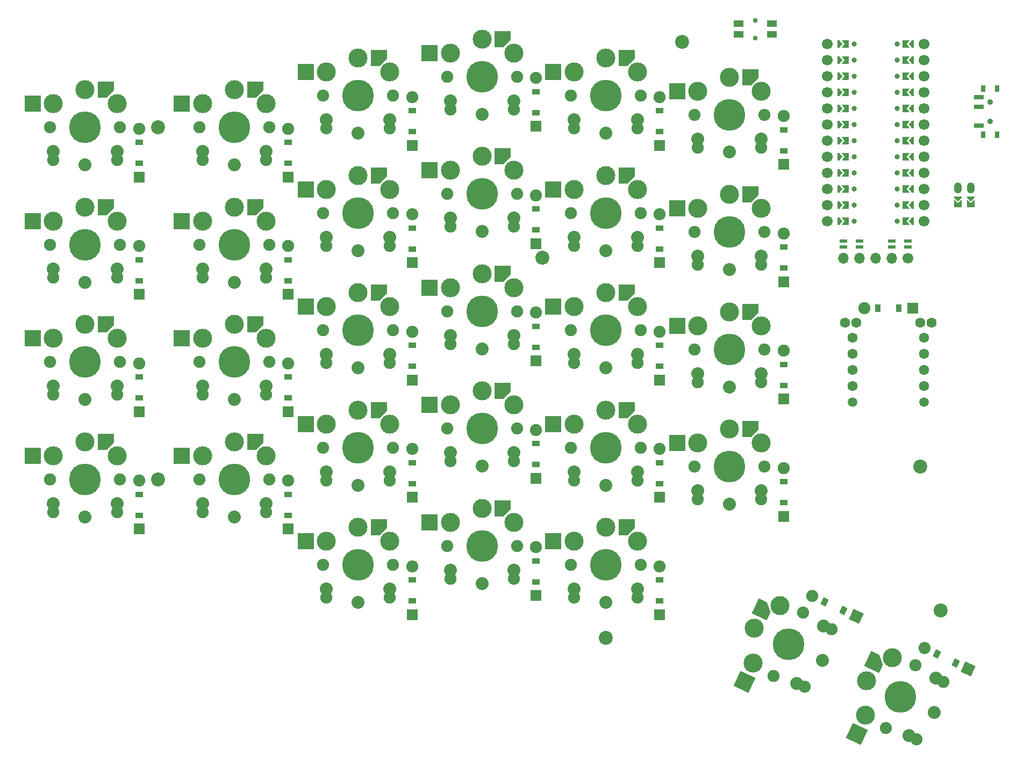
<source format=gbr>
%TF.GenerationSoftware,KiCad,Pcbnew,8.0.4*%
%TF.CreationDate,2024-07-28T16:02:37-05:00*%
%TF.ProjectId,reversible,72657665-7273-4696-926c-652e6b696361,0.5.0*%
%TF.SameCoordinates,Original*%
%TF.FileFunction,Soldermask,Top*%
%TF.FilePolarity,Negative*%
%FSLAX46Y46*%
G04 Gerber Fmt 4.6, Leading zero omitted, Abs format (unit mm)*
G04 Created by KiCad (PCBNEW 8.0.4) date 2024-07-28 16:02:37*
%MOMM*%
%LPD*%
G01*
G04 APERTURE LIST*
G04 Aperture macros list*
%AMRotRect*
0 Rectangle, with rotation*
0 The origin of the aperture is its center*
0 $1 length*
0 $2 width*
0 $3 Rotation angle, in degrees counterclockwise*
0 Add horizontal line*
21,1,$1,$2,0,0,$3*%
%AMOutline5P*
0 Free polygon, 5 corners , with rotation*
0 The origin of the aperture is its center*
0 number of corners: always 5*
0 $1 to $10 corner X, Y*
0 $11 Rotation angle, in degrees counterclockwise*
0 create outline with 5 corners*
4,1,5,$1,$2,$3,$4,$5,$6,$7,$8,$9,$10,$1,$2,$11*%
%AMOutline6P*
0 Free polygon, 6 corners , with rotation*
0 The origin of the aperture is its center*
0 number of corners: always 6*
0 $1 to $12 corner X, Y*
0 $13 Rotation angle, in degrees counterclockwise*
0 create outline with 6 corners*
4,1,6,$1,$2,$3,$4,$5,$6,$7,$8,$9,$10,$11,$12,$1,$2,$13*%
%AMOutline7P*
0 Free polygon, 7 corners , with rotation*
0 The origin of the aperture is its center*
0 number of corners: always 7*
0 $1 to $14 corner X, Y*
0 $15 Rotation angle, in degrees counterclockwise*
0 create outline with 7 corners*
4,1,7,$1,$2,$3,$4,$5,$6,$7,$8,$9,$10,$11,$12,$13,$14,$1,$2,$15*%
%AMOutline8P*
0 Free polygon, 8 corners , with rotation*
0 The origin of the aperture is its center*
0 number of corners: always 8*
0 $1 to $16 corner X, Y*
0 $17 Rotation angle, in degrees counterclockwise*
0 create outline with 8 corners*
4,1,8,$1,$2,$3,$4,$5,$6,$7,$8,$9,$10,$11,$12,$13,$14,$15,$16,$1,$2,$17*%
%AMFreePoly0*
4,1,6,0.600000,-1.000000,0.000000,-0.400000,-0.600000,-1.000000,-0.600000,0.250000,0.600000,0.250000,0.600000,-1.000000,0.600000,-1.000000,$1*%
%AMFreePoly1*
4,1,6,0.600000,-0.200000,0.600000,-0.400000,-0.600000,-0.400000,-0.600000,-0.200000,0.000000,0.400000,0.600000,-0.200000,0.600000,-0.200000,$1*%
%AMFreePoly2*
4,1,6,0.250000,0.000000,-0.250000,-0.625000,-0.500000,-0.625000,-0.500000,0.625000,-0.250000,0.625000,0.250000,0.000000,0.250000,0.000000,$1*%
%AMFreePoly3*
4,1,6,0.500000,-0.625000,-0.650000,-0.625000,-0.150000,0.000000,-0.650000,0.625000,0.500000,0.625000,0.500000,-0.625000,0.500000,-0.625000,$1*%
G04 Aperture macros list end*
%ADD10C,2.200000*%
%ADD11FreePoly0,180.000000*%
%ADD12O,1.200000X1.750000*%
%ADD13FreePoly1,180.000000*%
%ADD14C,0.750000*%
%ADD15R,1.550000X1.000000*%
%ADD16O,1.700000X1.700000*%
%ADD17C,1.700000*%
%ADD18R,1.200000X0.600000*%
%ADD19C,1.500000*%
%ADD20C,1.600000*%
%ADD21FreePoly2,180.000000*%
%ADD22FreePoly2,0.000000*%
%ADD23C,0.800000*%
%ADD24FreePoly3,180.000000*%
%ADD25FreePoly3,0.000000*%
%ADD26R,0.800000X1.000000*%
%ADD27C,0.900000*%
%ADD28R,1.500000X0.700000*%
%ADD29C,1.900000*%
%ADD30C,3.000000*%
%ADD31C,5.000000*%
%ADD32C,2.032000*%
%ADD33Outline5P,-1.300000X1.300000X1.300000X1.300000X1.300000X-0.117000X0.117000X-1.300000X-1.300000X-1.300000X0.000000*%
%ADD34R,2.600000X2.600000*%
%ADD35R,1.778000X1.778000*%
%ADD36R,1.200000X0.900000*%
%ADD37C,1.905000*%
%ADD38Outline5P,-1.300000X1.300000X1.300000X1.300000X1.300000X-0.117000X0.117000X-1.300000X-1.300000X-1.300000X65.000000*%
%ADD39RotRect,2.600000X2.600000X65.000000*%
%ADD40RotRect,1.778000X1.778000X155.000000*%
%ADD41RotRect,0.900000X1.200000X155.000000*%
%ADD42R,0.900000X1.200000*%
G04 APERTURE END LIST*
D10*
%TO.C,MH3*%
X123499993Y-20902382D03*
%TD*%
%TO.C,MH4*%
X40999998Y-34402381D03*
%TD*%
D11*
%TO.C,JST1*%
X166999996Y-46718380D03*
X168999996Y-46718381D03*
D12*
X166999996Y-43902382D03*
X168999996Y-43902380D03*
D13*
X166999993Y-45702381D03*
X168999997Y-45702379D03*
%TD*%
D10*
%TO.C,MH6*%
X101499998Y-54902377D03*
%TD*%
D14*
%TO.C,RST1*%
X134999995Y-17527379D03*
X134999995Y-20277381D03*
D15*
X137624995Y-18052380D03*
X137624996Y-19752379D03*
X132374994Y-18052381D03*
X132374995Y-19752380D03*
%TD*%
D16*
%TO.C,DISP1*%
X148919998Y-54999999D03*
X151459996Y-55000000D03*
X154000000Y-55000000D03*
X156539998Y-55000000D03*
D17*
X159079997Y-55000000D03*
D18*
X148919998Y-53249999D03*
X151459997Y-53249999D03*
X156539997Y-53250000D03*
X159079998Y-53250000D03*
X148919997Y-52349999D03*
X151459998Y-52349998D03*
X156539996Y-52349999D03*
X159079997Y-52350000D03*
%TD*%
D19*
%TO.C,*%
X150375001Y-77702381D03*
X161625001Y-77702381D03*
D20*
X150375002Y-67592380D03*
X161625001Y-67592380D03*
X150375001Y-70132381D03*
X161625001Y-70132381D03*
X150375001Y-72672381D03*
X161625001Y-72672381D03*
X150375001Y-75212382D03*
X161625000Y-75212382D03*
X149150002Y-65202381D03*
X162850001Y-65202382D03*
X151000001Y-65202381D03*
X161000001Y-65202381D03*
%TD*%
D10*
%TO.C,MH1*%
X164266883Y-110562806D03*
%TD*%
%TO.C,MH5*%
X40999994Y-89902379D03*
%TD*%
%TO.C,MH7*%
X111499997Y-114902381D03*
%TD*%
%TO.C,MH2*%
X160999995Y-87902376D03*
%TD*%
D21*
%TO.C,MCU1*%
X159499993Y-21202381D03*
D17*
X161619992Y-21202379D03*
D21*
X159499997Y-23742383D03*
D17*
X161619995Y-23742381D03*
D21*
X159499994Y-26282381D03*
D17*
X161619994Y-26282383D03*
D21*
X159499995Y-28822382D03*
D17*
X161619996Y-28822382D03*
D21*
X159499996Y-31362383D03*
D17*
X161619995Y-31362383D03*
D21*
X159499995Y-33902382D03*
D17*
X161619997Y-33902381D03*
D21*
X159499996Y-36442382D03*
D17*
X161619995Y-36442382D03*
D21*
X159499995Y-38982383D03*
D17*
X161619996Y-38982381D03*
D21*
X159499996Y-41522383D03*
D17*
X161619994Y-41522381D03*
D21*
X159499997Y-44062381D03*
D17*
X161619996Y-44062384D03*
D21*
X159499993Y-46602382D03*
D17*
X161619995Y-46602382D03*
D21*
X159499995Y-49142382D03*
D17*
X161619995Y-49142383D03*
X146379994Y-49142382D03*
D22*
X148499995Y-49142380D03*
D17*
X146379998Y-46602385D03*
D22*
X148499997Y-46602383D03*
D17*
X146379995Y-44062383D03*
D22*
X148499993Y-44062381D03*
D17*
X146379996Y-41522381D03*
D22*
X148499996Y-41522383D03*
D17*
X146379994Y-38982382D03*
D22*
X148499995Y-38982382D03*
D17*
X146379995Y-36442381D03*
D22*
X148499994Y-36442381D03*
D17*
X146379993Y-33902383D03*
D22*
X148499995Y-33902382D03*
D17*
X146379995Y-31362382D03*
D22*
X148499994Y-31362382D03*
D17*
X146379994Y-28822383D03*
D22*
X148499995Y-28822381D03*
D17*
X146379996Y-26282383D03*
D22*
X148499994Y-26282381D03*
D17*
X146379994Y-23742380D03*
D22*
X148499993Y-23742383D03*
D17*
X146379995Y-21202382D03*
D22*
X148499997Y-21202382D03*
D23*
X157399995Y-21202384D03*
D24*
X158774994Y-21202381D03*
D23*
X157399993Y-23742383D03*
D24*
X158774995Y-23742383D03*
D23*
X157399994Y-26282382D03*
D24*
X158774995Y-26282382D03*
D23*
X157399995Y-28822381D03*
D24*
X158774996Y-28822382D03*
D23*
X157399995Y-31362382D03*
D24*
X158774993Y-31362381D03*
D23*
X157399993Y-33902383D03*
D24*
X158774995Y-33902382D03*
D23*
X157399994Y-36442382D03*
D24*
X158774995Y-36442384D03*
D23*
X157399996Y-38982382D03*
D24*
X158774996Y-38982383D03*
D23*
X157399995Y-41522382D03*
D24*
X158774996Y-41522382D03*
D23*
X157399996Y-44062382D03*
D24*
X158774994Y-44062382D03*
D23*
X157399992Y-46602381D03*
D24*
X158774998Y-46602382D03*
D23*
X157399994Y-49142382D03*
D24*
X158774996Y-49142382D03*
D25*
X149224994Y-49142382D03*
D23*
X150599996Y-49142383D03*
D25*
X149224996Y-46602383D03*
D23*
X150599995Y-46602380D03*
D25*
X149224995Y-44062381D03*
D23*
X150599997Y-44062381D03*
D25*
X149224995Y-41522382D03*
D23*
X150599996Y-41522382D03*
D25*
X149224994Y-38982382D03*
D23*
X150599995Y-38982383D03*
D25*
X149224997Y-36442383D03*
D23*
X150599995Y-36442382D03*
D25*
X149224995Y-33902382D03*
D23*
X150599997Y-33902381D03*
D25*
X149224995Y-31362380D03*
D23*
X150599996Y-31362382D03*
D25*
X149224994Y-28822381D03*
D23*
X150599994Y-28822382D03*
D25*
X149224994Y-26282382D03*
D23*
X150599995Y-26282382D03*
D25*
X149224996Y-23742382D03*
D23*
X150599994Y-23742382D03*
D25*
X149224992Y-21202382D03*
D23*
X150599998Y-21202383D03*
%TD*%
D26*
%TO.C,PWR1*%
X170914992Y-28252380D03*
X170914992Y-35552380D03*
D27*
X172024993Y-30402380D03*
X172024993Y-33402380D03*
D26*
X173124992Y-28252381D03*
X173124992Y-35552379D03*
D28*
X170264993Y-34152379D03*
X170264993Y-31152380D03*
X170264992Y-29652380D03*
%TD*%
D29*
%TO.C,S15*%
X86499997Y-81902380D03*
D30*
X86999993Y-78152384D03*
D29*
X86999997Y-87052380D03*
D31*
X91999997Y-81902380D03*
D30*
X91999998Y-75952380D03*
D29*
X96999996Y-87052380D03*
D30*
X96999998Y-78152380D03*
D29*
X97499997Y-81902380D03*
D32*
X86999995Y-85702380D03*
D33*
X95274996Y-75952382D03*
D32*
X96999997Y-85702379D03*
D34*
X83724997Y-78152380D03*
D32*
X91999997Y-87802380D03*
%TD*%
D35*
%TO.C,D23*%
X119999996Y-37212383D03*
D36*
X119999995Y-35052380D03*
X119999995Y-31752384D03*
D37*
X119999994Y-29592381D03*
%TD*%
D29*
%TO.C,S9*%
X66999994Y-103402381D03*
D30*
X67499990Y-99652385D03*
D29*
X67499994Y-108552381D03*
D31*
X72499994Y-103402381D03*
D30*
X72499995Y-97452381D03*
D29*
X77499993Y-108552381D03*
D30*
X77499995Y-99652381D03*
D29*
X77999994Y-103402381D03*
D32*
X67499992Y-107202381D03*
D33*
X75774993Y-97452383D03*
D32*
X77499994Y-107202380D03*
D34*
X64224994Y-99652381D03*
D32*
X72499994Y-109302381D03*
%TD*%
D35*
%TO.C,D5*%
X61499996Y-97712382D03*
D36*
X61499995Y-95552379D03*
X61499995Y-92252383D03*
D37*
X61499994Y-90092380D03*
%TD*%
D29*
%TO.C,S28*%
X137930211Y-120901059D03*
D30*
X134742865Y-118863088D03*
D29*
X142809007Y-122624391D03*
D31*
X140254612Y-115916368D03*
D30*
X134862080Y-113401788D03*
D29*
X147035188Y-113561314D03*
D30*
X138969050Y-109800010D03*
D29*
X142579013Y-110931677D03*
D32*
X141585490Y-122053855D03*
D38*
X136246152Y-110433633D03*
D32*
X145811673Y-112990778D03*
D39*
X133358792Y-121831246D03*
D32*
X145601828Y-118409816D03*
%TD*%
D40*
%TO.C,D29*%
X168598130Y-119754457D03*
D41*
X166640507Y-118841599D03*
X163649689Y-117446963D03*
D37*
X161692066Y-116534105D03*
%TD*%
D29*
%TO.C,S16*%
X86499994Y-63402380D03*
D30*
X86999990Y-59652384D03*
D29*
X86999994Y-68552380D03*
D31*
X91999994Y-63402380D03*
D30*
X91999995Y-57452380D03*
D29*
X96999993Y-68552380D03*
D30*
X96999995Y-59652380D03*
D29*
X97499994Y-63402380D03*
D32*
X86999992Y-67202380D03*
D33*
X95274993Y-57452382D03*
D32*
X96999994Y-67202379D03*
D34*
X83724994Y-59652380D03*
D32*
X91999994Y-69302380D03*
%TD*%
D29*
%TO.C,S22*%
X105999997Y-47902378D03*
D30*
X106499993Y-44152382D03*
D29*
X106499997Y-53052378D03*
D31*
X111499997Y-47902378D03*
D30*
X111499998Y-41952378D03*
D29*
X116499996Y-53052378D03*
D30*
X116499998Y-44152378D03*
D29*
X116999997Y-47902378D03*
D32*
X106499995Y-51702378D03*
D33*
X114774996Y-41952380D03*
D32*
X116499997Y-51702377D03*
D34*
X103224997Y-44152378D03*
D32*
X111499997Y-53802378D03*
%TD*%
D35*
%TO.C,D13*%
X80999997Y-37212379D03*
D36*
X80999996Y-35052376D03*
X80999996Y-31752380D03*
D37*
X80999995Y-29592377D03*
%TD*%
D29*
%TO.C,S21*%
X105999997Y-66402380D03*
D30*
X106499993Y-62652384D03*
D29*
X106499997Y-71552380D03*
D31*
X111499997Y-66402380D03*
D30*
X111499998Y-60452380D03*
D29*
X116499996Y-71552380D03*
D30*
X116499998Y-62652380D03*
D29*
X116999997Y-66402380D03*
D32*
X106499995Y-70202380D03*
D33*
X114774996Y-60452382D03*
D32*
X116499997Y-70202379D03*
D34*
X103224997Y-62652380D03*
D32*
X111499997Y-72302380D03*
%TD*%
D35*
%TO.C,D17*%
X100499997Y-52712380D03*
D36*
X100499996Y-50552377D03*
X100499996Y-47252381D03*
D37*
X100499995Y-45092378D03*
%TD*%
D29*
%TO.C,S10*%
X66999997Y-84902378D03*
D30*
X67499993Y-81152382D03*
D29*
X67499997Y-90052378D03*
D31*
X72499997Y-84902378D03*
D30*
X72499998Y-78952378D03*
D29*
X77499996Y-90052378D03*
D30*
X77499998Y-81152378D03*
D29*
X77999997Y-84902378D03*
D32*
X67499995Y-88702378D03*
D33*
X75774996Y-78952380D03*
D32*
X77499997Y-88702377D03*
D34*
X64224997Y-81152378D03*
D32*
X72499997Y-90802378D03*
%TD*%
D29*
%TO.C,S29*%
X155603212Y-129142117D03*
D30*
X152415866Y-127104146D03*
D29*
X160482008Y-130865449D03*
D31*
X157927613Y-124157426D03*
D30*
X152535081Y-121642846D03*
D29*
X164708189Y-121802372D03*
D30*
X156642051Y-118041068D03*
D29*
X160252014Y-119172735D03*
D32*
X159258491Y-130294913D03*
D38*
X153919153Y-118674691D03*
D32*
X163484674Y-121231836D03*
D39*
X151031793Y-130072304D03*
D32*
X163274829Y-126650874D03*
%TD*%
D35*
%TO.C,D6*%
X61500000Y-79212376D03*
D36*
X61499999Y-77052373D03*
X61499999Y-73752377D03*
D37*
X61499998Y-71592374D03*
%TD*%
D35*
%TO.C,D1*%
X37999997Y-97712382D03*
D36*
X37999996Y-95552379D03*
X37999996Y-92252383D03*
D37*
X37999995Y-90092380D03*
%TD*%
D35*
%TO.C,D30*%
X159809999Y-62902379D03*
D42*
X157649996Y-62902380D03*
X154350000Y-62902380D03*
D37*
X152189997Y-62902381D03*
%TD*%
D29*
%TO.C,S24*%
X125499995Y-87902378D03*
D30*
X125999991Y-84152382D03*
D29*
X125999995Y-93052378D03*
D31*
X130999995Y-87902378D03*
D30*
X130999996Y-81952378D03*
D29*
X135999994Y-93052378D03*
D30*
X135999996Y-84152378D03*
D29*
X136499995Y-87902378D03*
D32*
X125999993Y-91702378D03*
D33*
X134274994Y-81952380D03*
D32*
X135999995Y-91702377D03*
D34*
X122724995Y-84152378D03*
D32*
X130999995Y-93802378D03*
%TD*%
D29*
%TO.C,S8*%
X47499996Y-34402375D03*
D30*
X47999992Y-30652379D03*
D29*
X47999996Y-39552375D03*
D31*
X52999996Y-34402375D03*
D30*
X52999997Y-28452375D03*
D29*
X57999995Y-39552375D03*
D30*
X57999997Y-30652375D03*
D29*
X58499996Y-34402375D03*
D32*
X47999994Y-38202375D03*
D33*
X56274995Y-28452377D03*
D32*
X57999996Y-38202374D03*
D34*
X44724996Y-30652375D03*
D32*
X52999996Y-40302375D03*
%TD*%
D35*
%TO.C,D12*%
X80999995Y-55712378D03*
D36*
X80999994Y-53552375D03*
X80999994Y-50252379D03*
D37*
X80999993Y-48092376D03*
%TD*%
D29*
%TO.C,S11*%
X67000000Y-66402379D03*
D30*
X67499996Y-62652383D03*
D29*
X67500000Y-71552379D03*
D31*
X72500000Y-66402379D03*
D30*
X72500001Y-60452379D03*
D29*
X77499999Y-71552379D03*
D30*
X77500001Y-62652379D03*
D29*
X78000000Y-66402379D03*
D32*
X67499998Y-70202379D03*
D33*
X75774999Y-60452381D03*
D32*
X77500000Y-70202378D03*
D34*
X64225000Y-62652379D03*
D32*
X72500000Y-72302379D03*
%TD*%
D35*
%TO.C,D18*%
X100499997Y-34212380D03*
D36*
X100499996Y-32052377D03*
X100499996Y-28752381D03*
D37*
X100499995Y-26592378D03*
%TD*%
D29*
%TO.C,S27*%
X125499997Y-32402375D03*
D30*
X125999993Y-28652379D03*
D29*
X125999997Y-37552375D03*
D31*
X130999997Y-32402375D03*
D30*
X130999998Y-26452375D03*
D29*
X135999996Y-37552375D03*
D30*
X135999998Y-28652375D03*
D29*
X136499997Y-32402375D03*
D32*
X125999995Y-36202375D03*
D33*
X134274996Y-26452377D03*
D32*
X135999997Y-36202374D03*
D34*
X122724997Y-28652375D03*
D32*
X130999997Y-38302375D03*
%TD*%
D35*
%TO.C,D25*%
X139500000Y-77212378D03*
D36*
X139499999Y-75052375D03*
X139499999Y-71752379D03*
D37*
X139499998Y-69592376D03*
%TD*%
D35*
%TO.C,D19*%
X119999996Y-111212382D03*
D36*
X119999995Y-109052379D03*
X119999995Y-105752383D03*
D37*
X119999994Y-103592380D03*
%TD*%
D29*
%TO.C,S4*%
X23999998Y-34402381D03*
D30*
X24499994Y-30652385D03*
D29*
X24499998Y-39552381D03*
D31*
X29499998Y-34402381D03*
D30*
X29499999Y-28452381D03*
D29*
X34499997Y-39552381D03*
D30*
X34499999Y-30652381D03*
D29*
X34999998Y-34402381D03*
D32*
X24499996Y-38202381D03*
D33*
X32774997Y-28452383D03*
D32*
X34499998Y-38202380D03*
D34*
X21224998Y-30652381D03*
D32*
X29499998Y-40302381D03*
%TD*%
D35*
%TO.C,D11*%
X80999996Y-74212383D03*
D36*
X80999995Y-72052380D03*
X80999995Y-68752384D03*
D37*
X80999994Y-66592381D03*
%TD*%
D29*
%TO.C,S7*%
X47499994Y-52902380D03*
D30*
X47999990Y-49152384D03*
D29*
X47999994Y-58052380D03*
D31*
X52999994Y-52902380D03*
D30*
X52999995Y-46952380D03*
D29*
X57999993Y-58052380D03*
D30*
X57999995Y-49152380D03*
D29*
X58499994Y-52902380D03*
D32*
X47999992Y-56702380D03*
D33*
X56274993Y-46952382D03*
D32*
X57999994Y-56702379D03*
D34*
X44724994Y-49152380D03*
D32*
X52999994Y-58802380D03*
%TD*%
D35*
%TO.C,D24*%
X139500001Y-95712381D03*
D36*
X139500000Y-93552378D03*
X139500000Y-90252382D03*
D37*
X139499999Y-88092379D03*
%TD*%
D29*
%TO.C,S14*%
X86499998Y-100402379D03*
D30*
X86999994Y-96652383D03*
D29*
X86999998Y-105552379D03*
D31*
X91999998Y-100402379D03*
D30*
X91999999Y-94452379D03*
D29*
X96999997Y-105552379D03*
D30*
X96999999Y-96652379D03*
D29*
X97499998Y-100402379D03*
D32*
X86999996Y-104202379D03*
D33*
X95274997Y-94452381D03*
D32*
X96999998Y-104202378D03*
D34*
X83724998Y-96652379D03*
D32*
X91999998Y-106302379D03*
%TD*%
D35*
%TO.C,D20*%
X119999997Y-92712379D03*
D36*
X119999996Y-90552376D03*
X119999996Y-87252380D03*
D37*
X119999995Y-85092377D03*
%TD*%
D35*
%TO.C,D27*%
X139500002Y-40212381D03*
D36*
X139500001Y-38052378D03*
X139500001Y-34752382D03*
D37*
X139500000Y-32592379D03*
%TD*%
D35*
%TO.C,D9*%
X80999997Y-111212380D03*
D36*
X80999996Y-109052377D03*
X80999996Y-105752381D03*
D37*
X80999995Y-103592378D03*
%TD*%
D35*
%TO.C,D10*%
X80999996Y-92712380D03*
D36*
X80999995Y-90552377D03*
X80999995Y-87252381D03*
D37*
X80999994Y-85092378D03*
%TD*%
D29*
%TO.C,S1*%
X23999993Y-89902377D03*
D30*
X24499989Y-86152381D03*
D29*
X24499993Y-95052377D03*
D31*
X29499993Y-89902377D03*
D30*
X29499994Y-83952377D03*
D29*
X34499992Y-95052377D03*
D30*
X34499994Y-86152377D03*
D29*
X34999993Y-89902377D03*
D32*
X24499991Y-93702377D03*
D33*
X32774992Y-83952379D03*
D32*
X34499993Y-93702376D03*
D34*
X21224993Y-86152377D03*
D32*
X29499993Y-95802377D03*
%TD*%
D29*
%TO.C,S12*%
X67000000Y-47902380D03*
D30*
X67499996Y-44152384D03*
D29*
X67500000Y-53052380D03*
D31*
X72500000Y-47902380D03*
D30*
X72500001Y-41952380D03*
D29*
X77499999Y-53052380D03*
D30*
X77500001Y-44152380D03*
D29*
X78000000Y-47902380D03*
D32*
X67499998Y-51702380D03*
D33*
X75774999Y-41952382D03*
D32*
X77500000Y-51702379D03*
D34*
X64225000Y-44152380D03*
D32*
X72500000Y-53802380D03*
%TD*%
D35*
%TO.C,D3*%
X37999999Y-60712377D03*
D36*
X37999998Y-58552374D03*
X37999998Y-55252378D03*
D37*
X37999997Y-53092375D03*
%TD*%
D29*
%TO.C,S5*%
X47499997Y-89902379D03*
D30*
X47999993Y-86152383D03*
D29*
X47999997Y-95052379D03*
D31*
X52999997Y-89902379D03*
D30*
X52999998Y-83952379D03*
D29*
X57999996Y-95052379D03*
D30*
X57999998Y-86152379D03*
D29*
X58499997Y-89902379D03*
D32*
X47999995Y-93702379D03*
D33*
X56274996Y-83952381D03*
D32*
X57999997Y-93702378D03*
D34*
X44724997Y-86152379D03*
D32*
X52999997Y-95802379D03*
%TD*%
D29*
%TO.C,S2*%
X23999997Y-71402378D03*
D30*
X24499993Y-67652382D03*
D29*
X24499997Y-76552378D03*
D31*
X29499997Y-71402378D03*
D30*
X29499998Y-65452378D03*
D29*
X34499996Y-76552378D03*
D30*
X34499998Y-67652378D03*
D29*
X34999997Y-71402378D03*
D32*
X24499995Y-75202378D03*
D33*
X32774996Y-65452380D03*
D32*
X34499997Y-75202377D03*
D34*
X21224997Y-67652378D03*
D32*
X29499997Y-77302378D03*
%TD*%
D40*
%TO.C,D28*%
X150925133Y-111513397D03*
D41*
X148967510Y-110600539D03*
X145976692Y-109205903D03*
D37*
X144019069Y-108293045D03*
%TD*%
D35*
%TO.C,D16*%
X100499994Y-71212380D03*
D36*
X100499993Y-69052377D03*
X100499993Y-65752381D03*
D37*
X100499992Y-63592378D03*
%TD*%
D29*
%TO.C,S26*%
X125499995Y-50902383D03*
D30*
X125999991Y-47152387D03*
D29*
X125999995Y-56052383D03*
D31*
X130999995Y-50902383D03*
D30*
X130999996Y-44952383D03*
D29*
X135999994Y-56052383D03*
D30*
X135999996Y-47152383D03*
D29*
X136499995Y-50902383D03*
D32*
X125999993Y-54702383D03*
D33*
X134274994Y-44952385D03*
D32*
X135999995Y-54702382D03*
D34*
X122724995Y-47152383D03*
D32*
X130999995Y-56802383D03*
%TD*%
D35*
%TO.C,D2*%
X37999994Y-79212381D03*
D36*
X37999993Y-77052378D03*
X37999993Y-73752382D03*
D37*
X37999992Y-71592379D03*
%TD*%
D29*
%TO.C,S25*%
X125499994Y-69402379D03*
D30*
X125999990Y-65652383D03*
D29*
X125999994Y-74552379D03*
D31*
X130999994Y-69402379D03*
D30*
X130999995Y-63452379D03*
D29*
X135999993Y-74552379D03*
D30*
X135999995Y-65652379D03*
D29*
X136499994Y-69402379D03*
D32*
X125999992Y-73202379D03*
D33*
X134274993Y-63452381D03*
D32*
X135999994Y-73202378D03*
D34*
X122724994Y-65652379D03*
D32*
X130999994Y-75302379D03*
%TD*%
D35*
%TO.C,D7*%
X61499994Y-60712384D03*
D36*
X61499993Y-58552381D03*
X61499993Y-55252385D03*
D37*
X61499992Y-53092382D03*
%TD*%
D35*
%TO.C,D22*%
X119999991Y-55712377D03*
D36*
X119999990Y-53552374D03*
X119999990Y-50252378D03*
D37*
X119999989Y-48092375D03*
%TD*%
D35*
%TO.C,D21*%
X119999996Y-74212381D03*
D36*
X119999995Y-72052378D03*
X119999995Y-68752382D03*
D37*
X119999994Y-66592379D03*
%TD*%
D35*
%TO.C,D4*%
X37999993Y-42212382D03*
D36*
X37999992Y-40052379D03*
X37999992Y-36752383D03*
D37*
X37999991Y-34592380D03*
%TD*%
D35*
%TO.C,D14*%
X100499994Y-108212379D03*
D36*
X100499993Y-106052376D03*
X100499993Y-102752380D03*
D37*
X100499992Y-100592377D03*
%TD*%
D29*
%TO.C,S17*%
X86499999Y-44902376D03*
D30*
X86999995Y-41152380D03*
D29*
X86999999Y-50052376D03*
D31*
X91999999Y-44902376D03*
D30*
X92000000Y-38952376D03*
D29*
X96999998Y-50052376D03*
D30*
X97000000Y-41152376D03*
D29*
X97499999Y-44902376D03*
D32*
X86999997Y-48702376D03*
D33*
X95274998Y-38952378D03*
D32*
X96999999Y-48702375D03*
D34*
X83724999Y-41152376D03*
D32*
X91999999Y-50802376D03*
%TD*%
D29*
%TO.C,S13*%
X66999993Y-29402383D03*
D30*
X67499989Y-25652387D03*
D29*
X67499993Y-34552383D03*
D31*
X72499993Y-29402383D03*
D30*
X72499994Y-23452383D03*
D29*
X77499992Y-34552383D03*
D30*
X77499994Y-25652383D03*
D29*
X77999993Y-29402383D03*
D32*
X67499991Y-33202383D03*
D33*
X75774992Y-23452385D03*
D32*
X77499993Y-33202382D03*
D34*
X64224993Y-25652383D03*
D32*
X72499993Y-35302383D03*
%TD*%
D29*
%TO.C,S19*%
X105999997Y-103402381D03*
D30*
X106499993Y-99652385D03*
D29*
X106499997Y-108552381D03*
D31*
X111499997Y-103402381D03*
D30*
X111499998Y-97452381D03*
D29*
X116499996Y-108552381D03*
D30*
X116499998Y-99652381D03*
D29*
X116999997Y-103402381D03*
D32*
X106499995Y-107202381D03*
D33*
X114774996Y-97452383D03*
D32*
X116499997Y-107202380D03*
D34*
X103224997Y-99652381D03*
D32*
X111499997Y-109302381D03*
%TD*%
D29*
%TO.C,S20*%
X105999995Y-84902376D03*
D30*
X106499991Y-81152380D03*
D29*
X106499995Y-90052376D03*
D31*
X111499995Y-84902376D03*
D30*
X111499996Y-78952376D03*
D29*
X116499994Y-90052376D03*
D30*
X116499996Y-81152376D03*
D29*
X116999995Y-84902376D03*
D32*
X106499993Y-88702376D03*
D33*
X114774994Y-78952378D03*
D32*
X116499995Y-88702375D03*
D34*
X103224995Y-81152376D03*
D32*
X111499995Y-90802376D03*
%TD*%
D29*
%TO.C,S3*%
X23999995Y-52902380D03*
D30*
X24499991Y-49152384D03*
D29*
X24499995Y-58052380D03*
D31*
X29499995Y-52902380D03*
D30*
X29499996Y-46952380D03*
D29*
X34499994Y-58052380D03*
D30*
X34499996Y-49152380D03*
D29*
X34999995Y-52902380D03*
D32*
X24499993Y-56702380D03*
D33*
X32774994Y-46952382D03*
D32*
X34499995Y-56702379D03*
D34*
X21224995Y-49152380D03*
D32*
X29499995Y-58802380D03*
%TD*%
D35*
%TO.C,D15*%
X100499995Y-89712379D03*
D36*
X100499994Y-87552376D03*
X100499994Y-84252380D03*
D37*
X100499993Y-82092377D03*
%TD*%
D35*
%TO.C,D26*%
X139499999Y-58712381D03*
D36*
X139499998Y-56552378D03*
X139499998Y-53252382D03*
D37*
X139499997Y-51092379D03*
%TD*%
D29*
%TO.C,S18*%
X86500000Y-26402384D03*
D30*
X86999996Y-22652388D03*
D29*
X87000000Y-31552384D03*
D31*
X92000000Y-26402384D03*
D30*
X92000001Y-20452384D03*
D29*
X96999999Y-31552384D03*
D30*
X97000001Y-22652384D03*
D29*
X97500000Y-26402384D03*
D32*
X86999998Y-30202384D03*
D33*
X95274999Y-20452386D03*
D32*
X97000000Y-30202383D03*
D34*
X83725000Y-22652384D03*
D32*
X92000000Y-32302384D03*
%TD*%
D35*
%TO.C,D8*%
X61499996Y-42212382D03*
D36*
X61499995Y-40052379D03*
X61499995Y-36752383D03*
D37*
X61499994Y-34592380D03*
%TD*%
D29*
%TO.C,S23*%
X105999994Y-29402377D03*
D30*
X106499990Y-25652381D03*
D29*
X106499994Y-34552377D03*
D31*
X111499994Y-29402377D03*
D30*
X111499995Y-23452377D03*
D29*
X116499993Y-34552377D03*
D30*
X116499995Y-25652377D03*
D29*
X116999994Y-29402377D03*
D32*
X106499992Y-33202377D03*
D33*
X114774993Y-23452379D03*
D32*
X116499994Y-33202376D03*
D34*
X103224994Y-25652377D03*
D32*
X111499994Y-35302377D03*
%TD*%
D29*
%TO.C,S6*%
X47499992Y-71402378D03*
D30*
X47999988Y-67652382D03*
D29*
X47999992Y-76552378D03*
D31*
X52999992Y-71402378D03*
D30*
X52999993Y-65452378D03*
D29*
X57999991Y-76552378D03*
D30*
X57999993Y-67652378D03*
D29*
X58499992Y-71402378D03*
D32*
X47999990Y-75202378D03*
D33*
X56274991Y-65452380D03*
D32*
X57999992Y-75202377D03*
D34*
X44724992Y-67652378D03*
D32*
X52999992Y-77302378D03*
%TD*%
M02*

</source>
